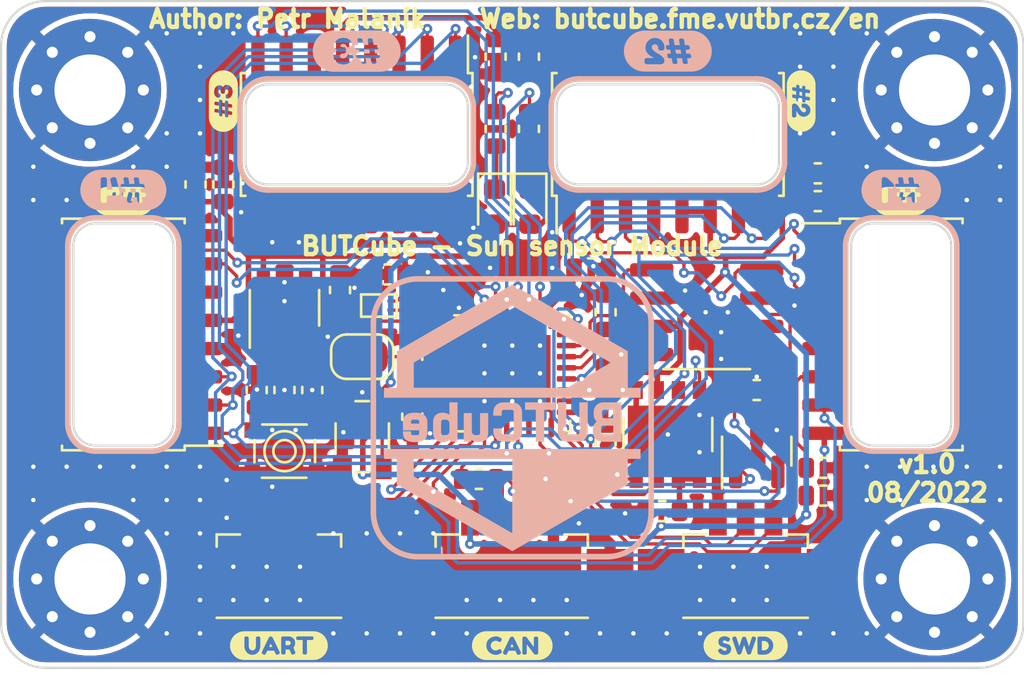
<source format=kicad_pcb>
(kicad_pcb (version 20211014) (generator pcbnew)

  (general
    (thickness 0.99)
  )

  (paper "A4")
  (title_block
    (title "BUTCube - Sun sensor")
    (date "2022-06-16")
    (rev "v1.0")
    (company "VUT - FIT(STRaDe) & FME(IAE & IPE)")
    (comment 1 "Author: Petr Malaník")
  )

  (layers
    (0 "F.Cu" mixed)
    (31 "B.Cu" mixed)
    (36 "B.SilkS" user "B.Silkscreen")
    (37 "F.SilkS" user "F.Silkscreen")
    (38 "B.Mask" user)
    (39 "F.Mask" user)
    (40 "Dwgs.User" user "User.Drawings")
    (41 "Cmts.User" user "User.Comments")
    (42 "Eco1.User" user "User.Eco1")
    (43 "Eco2.User" user "User.Eco2")
    (44 "Edge.Cuts" user)
    (45 "Margin" user)
    (46 "B.CrtYd" user "B.Courtyard")
    (47 "F.CrtYd" user "F.Courtyard")
    (48 "B.Fab" user)
    (49 "F.Fab" user)
    (51 "User.2" user "Sun_shield_stencil")
  )

  (setup
    (stackup
      (layer "F.SilkS" (type "Top Silk Screen") (color "White"))
      (layer "F.Mask" (type "Top Solder Mask") (color "Blue") (thickness 0.01))
      (layer "F.Cu" (type "copper") (thickness 0.035))
      (layer "dielectric 1" (type "core") (thickness 0.9) (material "FR4") (epsilon_r 4.5) (loss_tangent 0.02))
      (layer "B.Cu" (type "copper") (thickness 0.035))
      (layer "B.Mask" (type "Bottom Solder Mask") (color "Blue") (thickness 0.01))
      (layer "B.SilkS" (type "Bottom Silk Screen") (color "White"))
      (copper_finish "None")
      (dielectric_constraints no)
    )
    (pad_to_mask_clearance 0)
    (pcbplotparams
      (layerselection 0x0001000_7ffffffe)
      (disableapertmacros false)
      (usegerberextensions false)
      (usegerberattributes true)
      (usegerberadvancedattributes true)
      (creategerberjobfile true)
      (svguseinch false)
      (svgprecision 6)
      (excludeedgelayer true)
      (plotframeref false)
      (viasonmask false)
      (mode 1)
      (useauxorigin false)
      (hpglpennumber 1)
      (hpglpenspeed 20)
      (hpglpendiameter 15.000000)
      (dxfpolygonmode true)
      (dxfimperialunits false)
      (dxfusepcbnewfont true)
      (psnegative false)
      (psa4output false)
      (plotreference true)
      (plotvalue true)
      (plotinvisibletext false)
      (sketchpadsonfab false)
      (subtractmaskfromsilk false)
      (outputformat 3)
      (mirror false)
      (drillshape 0)
      (scaleselection 1)
      (outputdirectory "")
    )
  )

  (net 0 "")
  (net 1 "+3V3")
  (net 2 "GND")
  (net 3 "Net-(C16-Pad1)")
  (net 4 "/VREF")
  (net 5 "Net-(D1-Pad1)")
  (net 6 "Net-(D2-Pad1)")
  (net 7 "/CAN.L")
  (net 8 "/CAN.H")
  (net 9 "/DBG_TX")
  (net 10 "/DBG_RX")
  (net 11 "/SWCLK")
  (net 12 "/SWDIO")
  (net 13 "Net-(JP1-Pad1)")
  (net 14 "/NRST")
  (net 15 "/LED1")
  (net 16 "/LED2")
  (net 17 "/CAN_RS")
  (net 18 "/SCK")
  (net 19 "/FR_RDY_#1")
  (net 20 "/MOSI")
  (net 21 "/CS_#1")
  (net 22 "unconnected-(U1-Pad9)")
  (net 23 "unconnected-(U1-Pad10)")
  (net 24 "unconnected-(U1-Pad11)")
  (net 25 "unconnected-(U1-Pad12)")
  (net 26 "unconnected-(U1-Pad13)")
  (net 27 "unconnected-(U1-Pad14)")
  (net 28 "unconnected-(U1-Pad15)")
  (net 29 "unconnected-(U1-Pad16)")
  (net 30 "/LSE")
  (net 31 "/WDG_RESET")
  (net 32 "/HSE")
  (net 33 "/MISO")
  (net 34 "unconnected-(U2-Pad14)")
  (net 35 "unconnected-(U2-Pad18)")
  (net 36 "/CAN_RX")
  (net 37 "/CAN_TX")
  (net 38 "/FR_RDY_#2")
  (net 39 "/CS_#2")
  (net 40 "unconnected-(U3-Pad9)")
  (net 41 "unconnected-(U3-Pad10)")
  (net 42 "unconnected-(U3-Pad11)")
  (net 43 "unconnected-(U3-Pad12)")
  (net 44 "unconnected-(U3-Pad13)")
  (net 45 "unconnected-(U3-Pad14)")
  (net 46 "unconnected-(U3-Pad15)")
  (net 47 "unconnected-(U3-Pad16)")
  (net 48 "unconnected-(U4-Pad3)")
  (net 49 "/FR_RDY_#3")
  (net 50 "/CS_#3")
  (net 51 "unconnected-(U5-Pad9)")
  (net 52 "unconnected-(U5-Pad10)")
  (net 53 "unconnected-(U5-Pad11)")
  (net 54 "unconnected-(U5-Pad12)")
  (net 55 "unconnected-(U5-Pad13)")
  (net 56 "unconnected-(U5-Pad14)")
  (net 57 "unconnected-(U5-Pad15)")
  (net 58 "unconnected-(U5-Pad16)")
  (net 59 "/FRAM_CS")
  (net 60 "/FR_RDY_#4")
  (net 61 "/CS_#4")
  (net 62 "unconnected-(U7-Pad9)")
  (net 63 "unconnected-(U7-Pad10)")
  (net 64 "unconnected-(U7-Pad11)")
  (net 65 "unconnected-(U7-Pad12)")
  (net 66 "unconnected-(U7-Pad13)")
  (net 67 "unconnected-(U7-Pad14)")
  (net 68 "unconnected-(U7-Pad15)")
  (net 69 "unconnected-(U7-Pad16)")
  (net 70 "unconnected-(X1-Pad1)")

  (footprint "Package_TO_SOT_SMD:SOT-23-5" (layer "F.Cu") (at 133.75 98.8 90))

  (footprint "TCY_oscillators:CSP-4_1.5x0.8mm" (layer "F.Cu") (at 138 98.7))

  (footprint "TCY_IC:DFN-8-1EP_4.5x4mm_P0.95mm_EP3.6x2.6mm" (layer "F.Cu") (at 151 104.5 -90))

  (footprint "TCY_oscillators:ECS-TXO-3225" (layer "F.Cu") (at 137.25 104.6 -90))

  (footprint "Package_TO_SOT_SMD:SOT-23" (layer "F.Cu") (at 155 105.25 90))

  (footprint "MountingHole:MountingHole_3.2mm_M3_Pad_Via" (layer "F.Cu") (at 163 111))

  (footprint "TCY_passives:C_0603_1608Metric" (layer "F.Cu") (at 155 102.5 180))

  (footprint "TCY_passives:C_0603_1608Metric" (layer "F.Cu") (at 144.75 87.5 -90))

  (footprint "TCY_passives:C_0603_1608Metric" (layer "F.Cu") (at 131 93.25 90))

  (footprint "TCY_passives:C_0603_1608Metric" (layer "F.Cu") (at 158 106))

  (footprint "TCY_passives:C_0603_1608Metric" (layer "F.Cu") (at 150.75 107.95 180))

  (footprint "TCY_passives:R_0603_1608Metric" (layer "F.Cu") (at 143.25 90.75 90))

  (footprint "TCY_passives:C_0603_1608Metric" (layer "F.Cu") (at 148.2 102.2 90))

  (footprint "MountingHole:MountingHole_3.2mm_M3_Pad_Via" (layer "F.Cu") (at 125 111))

  (footprint "Package_DFN_QFN:QFN-32-1EP_5x5mm_P0.5mm_EP3.45x3.45mm" (layer "F.Cu") (at 144 101.75))

  (footprint "Package_SO:SO-16_5.3x10.2mm_P1.27mm" (layer "F.Cu") (at 161.5 100))

  (footprint "TCY_buttons_switches:KMT031NGJLHS" (layer "F.Cu") (at 133.75 105.25))

  (footprint "Package_SO:SOIC-8_3.9x4.9mm_P1.27mm" (layer "F.Cu") (at 152.75 99))

  (footprint "kibuzzard-62EB8F41" (layer "F.Cu") (at 131 89.5 90))

  (footprint "TCY_passives:R_0603_1608Metric" (layer "F.Cu") (at 133.75 102.5 -90))

  (footprint "kibuzzard-62EB8F32" (layer "F.Cu") (at 157 89.5 -90))

  (footprint "TCY_passives:C_0603_1608Metric" (layer "F.Cu") (at 157.75 94))

  (footprint "TCY_passives:R_0603_1608Metric" (layer "F.Cu") (at 144.75 90.75 90))

  (footprint "Package_SO:SO-16_5.3x10.2mm_P1.27mm" (layer "F.Cu") (at 137 91 -90))

  (footprint "TCY_passives:C_0603_1608Metric" (layer "F.Cu") (at 148.2 104.85 -90))

  (footprint "LED_SMD:LED_0603_1608Metric" (layer "F.Cu") (at 144.8 94.25 -90))

  (footprint "TCY_passives:C_0603_1608Metric" (layer "F.Cu") (at 157.75 92.75))

  (footprint "MountingHole:MountingHole_3.2mm_M3_Pad_Via" (layer "F.Cu") (at 125 89))

  (footprint "TCY_connectors:Amphenol_10114828-11103LF_1x03_P1.25mm_Vertical" (layer "F.Cu") (at 154.5 109))

  (footprint "TCY_connectors:Amphenol_10114828-11103LF_1x03_P1.25mm_Vertical" (layer "F.Cu") (at 133.5 109))

  (footprint "Package_SO:SO-16_5.3x10.2mm_P1.27mm" (layer "F.Cu") (at 151 91 90))

  (footprint "Package_SO:SO-16_5.3x10.2mm_P1.27mm" (layer "F.Cu") (at 126.5 100 180))

  (footprint "TCY_passives:C_0603_1608Metric" (layer "F.Cu") (at 148.2 99 90))

  (footprint "TCY_passives:R_0603_1608Metric" (layer "F.Cu") (at 145.5 106.5 180))

  (footprint "Jumper:SolderJumper-2_P1.3mm_Open_RoundedPad1.0x1.5mm" (layer "F.Cu") (at 137.25 101))

  (footprint "MountingHole:MountingHole_3.2mm_M3_Pad_Via" (layer "F.Cu") (at 163 89))

  (footprint "TCY_connectors:Amphenol_10114828-11104LF_1x04_P1.25mm_Vertical" (layer "F.Cu") (at 144 111.2))

  (footprint "TCY_passives:R_0603_1608Metric" (layer "F.Cu") (at 142.5 106.5 180))

  (footprint "TCY_passives:C_0603_1608Metric" (layer "F.Cu") (at 139.5 103.7 -90))

  (footprint "TCY_passives:R_0603_1608Metric" (layer "F.Cu") (at 147.55 97.025))

  (footprint "TCY_passives:C_0603_1608Metric" (layer "F.Cu") (at 138.4 97.3 180))

  (footprint "TCY_passives:C_0603_1608Metric" (layer "F.Cu") (at 136.25 98 90))

  (footprint "TCY_passives:C_0603_1608Metric" (layer "F.Cu") (at 132.5 102.5 90))

  (footprint "kibuzzard-62EB8F1C" (layer "F.Cu") (at 133.5 114))

  (footprint "TCY_passives:C_0603_1608Metric" (layer "F.Cu") (at 139.5 101 90))

  (footprint "kibuzzard-62EB8F2A" (layer "F.Cu") (at 161.5 94))

  (footprint "TCY_passives:C_0603_1608Metric" (layer "F.Cu") (at 143.25 87.5 -90))

  (footprint "kibuzzard-62EB8F4D" (layer "F.Cu") (at 126.5 94))

  (footprint "kibuzzard-62EB8F09" (layer "F.Cu")
    (tedit 62EB8F09) (tstamp dfd4ad15-09f5-40ac-bb16-d19eb5f4ed19)
    (at 154.5 114)
    (descr "Converted using: scripting")
    (tags "svg2mod")
    (attr board_only exclude_from_pos_files exclude_from_bom)
    (fp_text reference "kibuzzard-62EB8F09" (at 0 -0.651515) (layer "F.SilkS") hide
      (effects (font (size 0.000254 0.000254) (thickness 0.000003)))
      (tstamp 278b9e85-8e23-493f-be2f-c1e95d96a4ef)
    )
    (fp_text value "G***" (at 0 0.651515) (layer "F.SilkS") hide
      (effects (font (size 0.000254 0.000254) (thickness 0.000003)))
      (tstamp fa515a3f-cad6-4deb-bb7e-9dce4d3f4eb3)
    )
    (fp_poly (pts
        (xy 0.83566 -0.209471)
        (xy 0.72898 -0.209471)
        (xy 0.72898 0.210582)
        (xy 0.836771 0.210582)
        (xy 0.912892 0.195719)
        (xy 0.981234 0.15113)
        (xy 1.029573 0.084038)
        (xy 1.045686 0.001667)
        (xy 1.02999 -0.080982)
        (xy 0.982901 -0.148908)
        (xy 0.914698 -0.19433)
        (xy 0.83566 -0.209471)
      ) (layer "F.SilkS") (width 0) (fill solid) (tstamp f7e85de2-d477-46d5-a7da-040d68ca9db8))
    (fp_poly (pts
        (xy -1.242378 -0.651007)
        (xy -1.230432 0.197108)
        (xy -1.194594 0.155019)
        (xy -1.135698 0.128349)
        (xy -1.098471 0.14224)
        (xy -1.04902 0.183912)
        (xy -1.00457 0.220028)
        (xy -0.95123 0.237252)
        (xy -0.893815 0.227868)
        (xy -0.859367 0.199716)
        (xy -0.847884 0.152797)
        (xy -0.876221 0.110014)
        (xy -0.946785 0.085011)
        (xy -0.990679 0.07487)
        (xy -1.037908 0.060008)
        (xy -1.085136 0.041255)
        (xy -1.12903 0.019447)
        (xy -1.167785 -0.010696)
        (xy -1.199594 -0.054451)
        (xy -1.220847 -0.110153)
        (xy -1.227931 -0.176133)
        (xy -1.219844 -0.238548)
        (xy -1.195582 -0.295407)
        (xy -1.155144 -0.34671)
        (xy -1.100755 -0.387147)
        (xy -1.034635 -0.411409)
        (xy -0.956786 -0.419497)
        (xy -0.893028 -0.415191)
        (xy -0.835104 -0.402273)
        (xy -0.758984 -0.367268)
        (xy -0.731203 -0.346154)
        (xy -0.696754 -0.291703)
        (xy -0.723424 -0.230584)
        (xy -0.761762 -0.188913)
        (xy -0.801211 -0.175022)
        (xy -0.858996 -0.197247)
        (xy -0.871776 -0.208359)
        (xy -0.889 -0.222806)
        (xy -0.948452 -0.237252)
        (xy -1.008459 -0.220028)
        (xy -1.032351 -0.172244)
     
... [569368 chars truncated]
</source>
